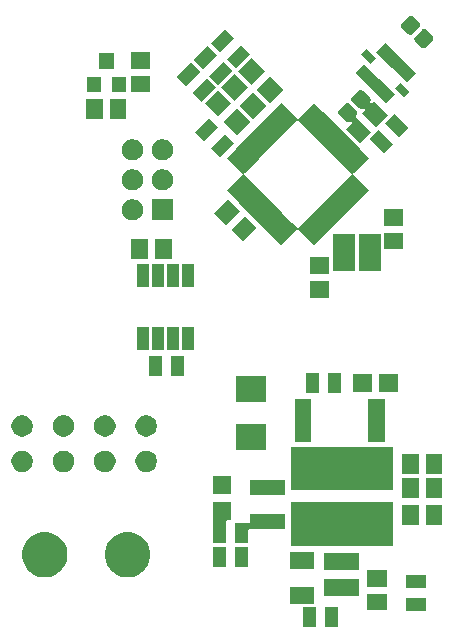
<source format=gts>
G04 #@! TF.GenerationSoftware,KiCad,Pcbnew,5.0.1-33cea8e~68~ubuntu18.04.1*
G04 #@! TF.CreationDate,2019-02-12T00:11:03-05:00*
G04 #@! TF.ProjectId,IMU,494D552E6B696361645F706362000000,rev?*
G04 #@! TF.SameCoordinates,Original*
G04 #@! TF.FileFunction,Soldermask,Top*
G04 #@! TF.FilePolarity,Negative*
%FSLAX46Y46*%
G04 Gerber Fmt 4.6, Leading zero omitted, Abs format (unit mm)*
G04 Created by KiCad (PCBNEW 5.0.1-33cea8e~68~ubuntu18.04.1) date Tue 12 Feb 2019 12:11:03 AM EST*
%MOMM*%
%LPD*%
G01*
G04 APERTURE LIST*
%ADD10C,0.100000*%
G04 APERTURE END LIST*
D10*
G36*
X152868560Y-123807880D02*
X151768560Y-123807880D01*
X151768560Y-122107880D01*
X152868560Y-122107880D01*
X152868560Y-123807880D01*
X152868560Y-123807880D01*
G37*
G36*
X150968560Y-123807880D02*
X149868560Y-123807880D01*
X149868560Y-122107880D01*
X150968560Y-122107880D01*
X150968560Y-123807880D01*
X150968560Y-123807880D01*
G37*
G36*
X160346560Y-122425880D02*
X158646560Y-122425880D01*
X158646560Y-121325880D01*
X160346560Y-121325880D01*
X160346560Y-122425880D01*
X160346560Y-122425880D01*
G37*
G36*
X157019560Y-122371880D02*
X155369560Y-122371880D01*
X155369560Y-120971880D01*
X157019560Y-120971880D01*
X157019560Y-122371880D01*
X157019560Y-122371880D01*
G37*
G36*
X150844560Y-121855880D02*
X148844560Y-121855880D01*
X148844560Y-120455880D01*
X150844560Y-120455880D01*
X150844560Y-121855880D01*
X150844560Y-121855880D01*
G37*
G36*
X154659660Y-121168380D02*
X151709660Y-121168380D01*
X151709660Y-119708380D01*
X154659660Y-119708380D01*
X154659660Y-121168380D01*
X154659660Y-121168380D01*
G37*
G36*
X160346560Y-120525880D02*
X158646560Y-120525880D01*
X158646560Y-119425880D01*
X160346560Y-119425880D01*
X160346560Y-120525880D01*
X160346560Y-120525880D01*
G37*
G36*
X157019560Y-120371880D02*
X155369560Y-120371880D01*
X155369560Y-118971880D01*
X157019560Y-118971880D01*
X157019560Y-120371880D01*
X157019560Y-120371880D01*
G37*
G36*
X135602379Y-115828896D02*
X135602381Y-115828897D01*
X135602382Y-115828897D01*
X135952709Y-115974007D01*
X135952710Y-115974008D01*
X136267999Y-116184677D01*
X136536123Y-116452801D01*
X136536125Y-116452804D01*
X136746793Y-116768091D01*
X136891903Y-117118418D01*
X136965880Y-117490324D01*
X136965880Y-117869516D01*
X136891903Y-118241422D01*
X136746793Y-118591749D01*
X136746792Y-118591750D01*
X136536123Y-118907039D01*
X136267999Y-119175163D01*
X136267996Y-119175165D01*
X135952709Y-119385833D01*
X135602382Y-119530943D01*
X135602381Y-119530943D01*
X135602379Y-119530944D01*
X135230477Y-119604920D01*
X134851283Y-119604920D01*
X134479381Y-119530944D01*
X134479379Y-119530943D01*
X134479378Y-119530943D01*
X134129051Y-119385833D01*
X133813764Y-119175165D01*
X133813761Y-119175163D01*
X133545637Y-118907039D01*
X133334968Y-118591750D01*
X133334967Y-118591749D01*
X133189857Y-118241422D01*
X133115880Y-117869516D01*
X133115880Y-117490324D01*
X133189857Y-117118418D01*
X133334967Y-116768091D01*
X133545635Y-116452804D01*
X133545637Y-116452801D01*
X133813761Y-116184677D01*
X134129050Y-115974008D01*
X134129051Y-115974007D01*
X134479378Y-115828897D01*
X134479379Y-115828897D01*
X134479381Y-115828896D01*
X134851283Y-115754920D01*
X135230477Y-115754920D01*
X135602379Y-115828896D01*
X135602379Y-115828896D01*
G37*
G36*
X128602379Y-115828896D02*
X128602381Y-115828897D01*
X128602382Y-115828897D01*
X128952709Y-115974007D01*
X128952710Y-115974008D01*
X129267999Y-116184677D01*
X129536123Y-116452801D01*
X129536125Y-116452804D01*
X129746793Y-116768091D01*
X129891903Y-117118418D01*
X129965880Y-117490324D01*
X129965880Y-117869516D01*
X129891903Y-118241422D01*
X129746793Y-118591749D01*
X129746792Y-118591750D01*
X129536123Y-118907039D01*
X129267999Y-119175163D01*
X129267996Y-119175165D01*
X128952709Y-119385833D01*
X128602382Y-119530943D01*
X128602381Y-119530943D01*
X128602379Y-119530944D01*
X128230477Y-119604920D01*
X127851283Y-119604920D01*
X127479381Y-119530944D01*
X127479379Y-119530943D01*
X127479378Y-119530943D01*
X127129051Y-119385833D01*
X126813764Y-119175165D01*
X126813761Y-119175163D01*
X126545637Y-118907039D01*
X126334968Y-118591750D01*
X126334967Y-118591749D01*
X126189857Y-118241422D01*
X126115880Y-117869516D01*
X126115880Y-117490324D01*
X126189857Y-117118418D01*
X126334967Y-116768091D01*
X126545635Y-116452804D01*
X126545637Y-116452801D01*
X126813761Y-116184677D01*
X127129050Y-115974008D01*
X127129051Y-115974007D01*
X127479378Y-115828897D01*
X127479379Y-115828897D01*
X127479381Y-115828896D01*
X127851283Y-115754920D01*
X128230477Y-115754920D01*
X128602379Y-115828896D01*
X128602379Y-115828896D01*
G37*
G36*
X154659660Y-118968380D02*
X151709660Y-118968380D01*
X151709660Y-117508380D01*
X154659660Y-117508380D01*
X154659660Y-118968380D01*
X154659660Y-118968380D01*
G37*
G36*
X150844560Y-118855880D02*
X148844560Y-118855880D01*
X148844560Y-117455880D01*
X150844560Y-117455880D01*
X150844560Y-118855880D01*
X150844560Y-118855880D01*
G37*
G36*
X143348560Y-118727880D02*
X142248560Y-118727880D01*
X142248560Y-117027880D01*
X143348560Y-117027880D01*
X143348560Y-118727880D01*
X143348560Y-118727880D01*
G37*
G36*
X145248560Y-118727880D02*
X144148560Y-118727880D01*
X144148560Y-117027880D01*
X145248560Y-117027880D01*
X145248560Y-118727880D01*
X145248560Y-118727880D01*
G37*
G36*
X157510060Y-116934380D02*
X148910060Y-116934380D01*
X148910060Y-113234380D01*
X157510060Y-113234380D01*
X157510060Y-116934380D01*
X157510060Y-116934380D01*
G37*
G36*
X143847720Y-114775240D02*
X143473560Y-114775240D01*
X143449174Y-114777642D01*
X143425725Y-114784755D01*
X143404114Y-114796306D01*
X143385172Y-114811852D01*
X143369626Y-114830794D01*
X143358075Y-114852405D01*
X143350962Y-114875854D01*
X143348560Y-114900240D01*
X143348560Y-116695880D01*
X142248560Y-116695880D01*
X142248560Y-114900240D01*
X142247720Y-114891712D01*
X142247720Y-113175240D01*
X143847720Y-113175240D01*
X143847720Y-114775240D01*
X143847720Y-114775240D01*
G37*
G36*
X148354060Y-115538380D02*
X145373560Y-115538380D01*
X145349174Y-115540782D01*
X145325725Y-115547895D01*
X145304114Y-115559446D01*
X145285172Y-115574992D01*
X145269626Y-115593934D01*
X145258075Y-115615545D01*
X145250962Y-115638994D01*
X145248560Y-115663380D01*
X145248560Y-116695880D01*
X144148560Y-116695880D01*
X144148560Y-114995880D01*
X145329060Y-114995880D01*
X145353446Y-114993478D01*
X145376895Y-114986365D01*
X145398506Y-114974814D01*
X145417448Y-114959268D01*
X145432994Y-114940326D01*
X145444545Y-114918715D01*
X145451658Y-114895266D01*
X145454060Y-114870880D01*
X145454060Y-114238380D01*
X148354060Y-114238380D01*
X148354060Y-115538380D01*
X148354060Y-115538380D01*
G37*
G36*
X159704560Y-115146880D02*
X158304560Y-115146880D01*
X158304560Y-113496880D01*
X159704560Y-113496880D01*
X159704560Y-115146880D01*
X159704560Y-115146880D01*
G37*
G36*
X161704560Y-115146880D02*
X160304560Y-115146880D01*
X160304560Y-113496880D01*
X161704560Y-113496880D01*
X161704560Y-115146880D01*
X161704560Y-115146880D01*
G37*
G36*
X159704560Y-112860880D02*
X158304560Y-112860880D01*
X158304560Y-111210880D01*
X159704560Y-111210880D01*
X159704560Y-112860880D01*
X159704560Y-112860880D01*
G37*
G36*
X161704560Y-112860880D02*
X160304560Y-112860880D01*
X160304560Y-111210880D01*
X161704560Y-111210880D01*
X161704560Y-112860880D01*
X161704560Y-112860880D01*
G37*
G36*
X148354060Y-112638380D02*
X145454060Y-112638380D01*
X145454060Y-111338380D01*
X148354060Y-111338380D01*
X148354060Y-112638380D01*
X148354060Y-112638380D01*
G37*
G36*
X143847720Y-112575240D02*
X142247720Y-112575240D01*
X142247720Y-110975240D01*
X143847720Y-110975240D01*
X143847720Y-112575240D01*
X143847720Y-112575240D01*
G37*
G36*
X157510060Y-112234380D02*
X148910060Y-112234380D01*
X148910060Y-108534380D01*
X157510060Y-108534380D01*
X157510060Y-112234380D01*
X157510060Y-112234380D01*
G37*
G36*
X159704560Y-110828880D02*
X158304560Y-110828880D01*
X158304560Y-109178880D01*
X159704560Y-109178880D01*
X159704560Y-110828880D01*
X159704560Y-110828880D01*
G37*
G36*
X161704560Y-110828880D02*
X160304560Y-110828880D01*
X160304560Y-109178880D01*
X161704560Y-109178880D01*
X161704560Y-110828880D01*
X161704560Y-110828880D01*
G37*
G36*
X133396314Y-108894890D02*
X133396316Y-108894891D01*
X133396317Y-108894891D01*
X133561927Y-108963489D01*
X133710974Y-109063079D01*
X133837721Y-109189826D01*
X133937311Y-109338873D01*
X134005910Y-109504486D01*
X134040880Y-109680291D01*
X134040880Y-109859549D01*
X134005910Y-110035354D01*
X133937311Y-110200967D01*
X133837721Y-110350014D01*
X133710974Y-110476761D01*
X133710971Y-110476763D01*
X133561927Y-110576351D01*
X133396317Y-110644949D01*
X133396316Y-110644949D01*
X133396314Y-110644950D01*
X133220509Y-110679920D01*
X133041251Y-110679920D01*
X132865446Y-110644950D01*
X132865444Y-110644949D01*
X132865443Y-110644949D01*
X132699833Y-110576351D01*
X132550789Y-110476763D01*
X132550786Y-110476761D01*
X132424039Y-110350014D01*
X132324449Y-110200967D01*
X132255850Y-110035354D01*
X132220880Y-109859549D01*
X132220880Y-109680291D01*
X132255850Y-109504486D01*
X132324449Y-109338873D01*
X132424039Y-109189826D01*
X132550786Y-109063079D01*
X132699833Y-108963489D01*
X132865443Y-108894891D01*
X132865444Y-108894891D01*
X132865446Y-108894890D01*
X133041251Y-108859920D01*
X133220509Y-108859920D01*
X133396314Y-108894890D01*
X133396314Y-108894890D01*
G37*
G36*
X129896314Y-108894890D02*
X129896316Y-108894891D01*
X129896317Y-108894891D01*
X130061927Y-108963489D01*
X130210974Y-109063079D01*
X130337721Y-109189826D01*
X130437311Y-109338873D01*
X130505910Y-109504486D01*
X130540880Y-109680291D01*
X130540880Y-109859549D01*
X130505910Y-110035354D01*
X130437311Y-110200967D01*
X130337721Y-110350014D01*
X130210974Y-110476761D01*
X130210971Y-110476763D01*
X130061927Y-110576351D01*
X129896317Y-110644949D01*
X129896316Y-110644949D01*
X129896314Y-110644950D01*
X129720509Y-110679920D01*
X129541251Y-110679920D01*
X129365446Y-110644950D01*
X129365444Y-110644949D01*
X129365443Y-110644949D01*
X129199833Y-110576351D01*
X129050789Y-110476763D01*
X129050786Y-110476761D01*
X128924039Y-110350014D01*
X128824449Y-110200967D01*
X128755850Y-110035354D01*
X128720880Y-109859549D01*
X128720880Y-109680291D01*
X128755850Y-109504486D01*
X128824449Y-109338873D01*
X128924039Y-109189826D01*
X129050786Y-109063079D01*
X129199833Y-108963489D01*
X129365443Y-108894891D01*
X129365444Y-108894891D01*
X129365446Y-108894890D01*
X129541251Y-108859920D01*
X129720509Y-108859920D01*
X129896314Y-108894890D01*
X129896314Y-108894890D01*
G37*
G36*
X126396314Y-108894890D02*
X126396316Y-108894891D01*
X126396317Y-108894891D01*
X126561927Y-108963489D01*
X126710974Y-109063079D01*
X126837721Y-109189826D01*
X126937311Y-109338873D01*
X127005910Y-109504486D01*
X127040880Y-109680291D01*
X127040880Y-109859549D01*
X127005910Y-110035354D01*
X126937311Y-110200967D01*
X126837721Y-110350014D01*
X126710974Y-110476761D01*
X126710971Y-110476763D01*
X126561927Y-110576351D01*
X126396317Y-110644949D01*
X126396316Y-110644949D01*
X126396314Y-110644950D01*
X126220509Y-110679920D01*
X126041251Y-110679920D01*
X125865446Y-110644950D01*
X125865444Y-110644949D01*
X125865443Y-110644949D01*
X125699833Y-110576351D01*
X125550789Y-110476763D01*
X125550786Y-110476761D01*
X125424039Y-110350014D01*
X125324449Y-110200967D01*
X125255850Y-110035354D01*
X125220880Y-109859549D01*
X125220880Y-109680291D01*
X125255850Y-109504486D01*
X125324449Y-109338873D01*
X125424039Y-109189826D01*
X125550786Y-109063079D01*
X125699833Y-108963489D01*
X125865443Y-108894891D01*
X125865444Y-108894891D01*
X125865446Y-108894890D01*
X126041251Y-108859920D01*
X126220509Y-108859920D01*
X126396314Y-108894890D01*
X126396314Y-108894890D01*
G37*
G36*
X136896314Y-108894890D02*
X136896316Y-108894891D01*
X136896317Y-108894891D01*
X137061927Y-108963489D01*
X137210974Y-109063079D01*
X137337721Y-109189826D01*
X137437311Y-109338873D01*
X137505910Y-109504486D01*
X137540880Y-109680291D01*
X137540880Y-109859549D01*
X137505910Y-110035354D01*
X137437311Y-110200967D01*
X137337721Y-110350014D01*
X137210974Y-110476761D01*
X137210971Y-110476763D01*
X137061927Y-110576351D01*
X136896317Y-110644949D01*
X136896316Y-110644949D01*
X136896314Y-110644950D01*
X136720509Y-110679920D01*
X136541251Y-110679920D01*
X136365446Y-110644950D01*
X136365444Y-110644949D01*
X136365443Y-110644949D01*
X136199833Y-110576351D01*
X136050789Y-110476763D01*
X136050786Y-110476761D01*
X135924039Y-110350014D01*
X135824449Y-110200967D01*
X135755850Y-110035354D01*
X135720880Y-109859549D01*
X135720880Y-109680291D01*
X135755850Y-109504486D01*
X135824449Y-109338873D01*
X135924039Y-109189826D01*
X136050786Y-109063079D01*
X136199833Y-108963489D01*
X136365443Y-108894891D01*
X136365444Y-108894891D01*
X136365446Y-108894890D01*
X136541251Y-108859920D01*
X136720509Y-108859920D01*
X136896314Y-108894890D01*
X136896314Y-108894890D01*
G37*
G36*
X146806060Y-108806880D02*
X144247060Y-108806880D01*
X144247060Y-106628880D01*
X146806060Y-106628880D01*
X146806060Y-108806880D01*
X146806060Y-108806880D01*
G37*
G36*
X156819560Y-108120880D02*
X155419560Y-108120880D01*
X155419560Y-104520880D01*
X156819560Y-104520880D01*
X156819560Y-108120880D01*
X156819560Y-108120880D01*
G37*
G36*
X150619560Y-108120880D02*
X149219560Y-108120880D01*
X149219560Y-104520880D01*
X150619560Y-104520880D01*
X150619560Y-108120880D01*
X150619560Y-108120880D01*
G37*
G36*
X129896314Y-105894890D02*
X129896316Y-105894891D01*
X129896317Y-105894891D01*
X130061927Y-105963489D01*
X130210974Y-106063079D01*
X130337721Y-106189826D01*
X130437311Y-106338873D01*
X130505910Y-106504486D01*
X130540880Y-106680291D01*
X130540880Y-106859549D01*
X130505910Y-107035354D01*
X130437311Y-107200967D01*
X130337721Y-107350014D01*
X130210974Y-107476761D01*
X130210971Y-107476763D01*
X130061927Y-107576351D01*
X129896317Y-107644949D01*
X129896316Y-107644949D01*
X129896314Y-107644950D01*
X129720509Y-107679920D01*
X129541251Y-107679920D01*
X129365446Y-107644950D01*
X129365444Y-107644949D01*
X129365443Y-107644949D01*
X129199833Y-107576351D01*
X129050789Y-107476763D01*
X129050786Y-107476761D01*
X128924039Y-107350014D01*
X128824449Y-107200967D01*
X128755850Y-107035354D01*
X128720880Y-106859549D01*
X128720880Y-106680291D01*
X128755850Y-106504486D01*
X128824449Y-106338873D01*
X128924039Y-106189826D01*
X129050786Y-106063079D01*
X129199833Y-105963489D01*
X129365443Y-105894891D01*
X129365444Y-105894891D01*
X129365446Y-105894890D01*
X129541251Y-105859920D01*
X129720509Y-105859920D01*
X129896314Y-105894890D01*
X129896314Y-105894890D01*
G37*
G36*
X133396314Y-105894890D02*
X133396316Y-105894891D01*
X133396317Y-105894891D01*
X133561927Y-105963489D01*
X133710974Y-106063079D01*
X133837721Y-106189826D01*
X133937311Y-106338873D01*
X134005910Y-106504486D01*
X134040880Y-106680291D01*
X134040880Y-106859549D01*
X134005910Y-107035354D01*
X133937311Y-107200967D01*
X133837721Y-107350014D01*
X133710974Y-107476761D01*
X133710971Y-107476763D01*
X133561927Y-107576351D01*
X133396317Y-107644949D01*
X133396316Y-107644949D01*
X133396314Y-107644950D01*
X133220509Y-107679920D01*
X133041251Y-107679920D01*
X132865446Y-107644950D01*
X132865444Y-107644949D01*
X132865443Y-107644949D01*
X132699833Y-107576351D01*
X132550789Y-107476763D01*
X132550786Y-107476761D01*
X132424039Y-107350014D01*
X132324449Y-107200967D01*
X132255850Y-107035354D01*
X132220880Y-106859549D01*
X132220880Y-106680291D01*
X132255850Y-106504486D01*
X132324449Y-106338873D01*
X132424039Y-106189826D01*
X132550786Y-106063079D01*
X132699833Y-105963489D01*
X132865443Y-105894891D01*
X132865444Y-105894891D01*
X132865446Y-105894890D01*
X133041251Y-105859920D01*
X133220509Y-105859920D01*
X133396314Y-105894890D01*
X133396314Y-105894890D01*
G37*
G36*
X126396314Y-105894890D02*
X126396316Y-105894891D01*
X126396317Y-105894891D01*
X126561927Y-105963489D01*
X126710974Y-106063079D01*
X126837721Y-106189826D01*
X126937311Y-106338873D01*
X127005910Y-106504486D01*
X127040880Y-106680291D01*
X127040880Y-106859549D01*
X127005910Y-107035354D01*
X126937311Y-107200967D01*
X126837721Y-107350014D01*
X126710974Y-107476761D01*
X126710971Y-107476763D01*
X126561927Y-107576351D01*
X126396317Y-107644949D01*
X126396316Y-107644949D01*
X126396314Y-107644950D01*
X126220509Y-107679920D01*
X126041251Y-107679920D01*
X125865446Y-107644950D01*
X125865444Y-107644949D01*
X125865443Y-107644949D01*
X125699833Y-107576351D01*
X125550789Y-107476763D01*
X125550786Y-107476761D01*
X125424039Y-107350014D01*
X125324449Y-107200967D01*
X125255850Y-107035354D01*
X125220880Y-106859549D01*
X125220880Y-106680291D01*
X125255850Y-106504486D01*
X125324449Y-106338873D01*
X125424039Y-106189826D01*
X125550786Y-106063079D01*
X125699833Y-105963489D01*
X125865443Y-105894891D01*
X125865444Y-105894891D01*
X125865446Y-105894890D01*
X126041251Y-105859920D01*
X126220509Y-105859920D01*
X126396314Y-105894890D01*
X126396314Y-105894890D01*
G37*
G36*
X136896314Y-105894890D02*
X136896316Y-105894891D01*
X136896317Y-105894891D01*
X137061927Y-105963489D01*
X137210974Y-106063079D01*
X137337721Y-106189826D01*
X137437311Y-106338873D01*
X137505910Y-106504486D01*
X137540880Y-106680291D01*
X137540880Y-106859549D01*
X137505910Y-107035354D01*
X137437311Y-107200967D01*
X137337721Y-107350014D01*
X137210974Y-107476761D01*
X137210971Y-107476763D01*
X137061927Y-107576351D01*
X136896317Y-107644949D01*
X136896316Y-107644949D01*
X136896314Y-107644950D01*
X136720509Y-107679920D01*
X136541251Y-107679920D01*
X136365446Y-107644950D01*
X136365444Y-107644949D01*
X136365443Y-107644949D01*
X136199833Y-107576351D01*
X136050789Y-107476763D01*
X136050786Y-107476761D01*
X135924039Y-107350014D01*
X135824449Y-107200967D01*
X135755850Y-107035354D01*
X135720880Y-106859549D01*
X135720880Y-106680291D01*
X135755850Y-106504486D01*
X135824449Y-106338873D01*
X135924039Y-106189826D01*
X136050786Y-106063079D01*
X136199833Y-105963489D01*
X136365443Y-105894891D01*
X136365444Y-105894891D01*
X136365446Y-105894890D01*
X136541251Y-105859920D01*
X136720509Y-105859920D01*
X136896314Y-105894890D01*
X136896314Y-105894890D01*
G37*
G36*
X146806060Y-104742880D02*
X144247060Y-104742880D01*
X144247060Y-102564880D01*
X146806060Y-102564880D01*
X146806060Y-104742880D01*
X146806060Y-104742880D01*
G37*
G36*
X151222560Y-103995880D02*
X150122560Y-103995880D01*
X150122560Y-102295880D01*
X151222560Y-102295880D01*
X151222560Y-103995880D01*
X151222560Y-103995880D01*
G37*
G36*
X153122560Y-103995880D02*
X152022560Y-103995880D01*
X152022560Y-102295880D01*
X153122560Y-102295880D01*
X153122560Y-103995880D01*
X153122560Y-103995880D01*
G37*
G36*
X157924560Y-103945880D02*
X156324560Y-103945880D01*
X156324560Y-102345880D01*
X157924560Y-102345880D01*
X157924560Y-103945880D01*
X157924560Y-103945880D01*
G37*
G36*
X155724560Y-103945880D02*
X154124560Y-103945880D01*
X154124560Y-102345880D01*
X155724560Y-102345880D01*
X155724560Y-103945880D01*
X155724560Y-103945880D01*
G37*
G36*
X137938560Y-102566840D02*
X136838560Y-102566840D01*
X136838560Y-100866840D01*
X137938560Y-100866840D01*
X137938560Y-102566840D01*
X137938560Y-102566840D01*
G37*
G36*
X139838560Y-102566840D02*
X138738560Y-102566840D01*
X138738560Y-100866840D01*
X139838560Y-100866840D01*
X139838560Y-102566840D01*
X139838560Y-102566840D01*
G37*
G36*
X136857360Y-100382960D02*
X135857360Y-100382960D01*
X135857360Y-98432960D01*
X136857360Y-98432960D01*
X136857360Y-100382960D01*
X136857360Y-100382960D01*
G37*
G36*
X138127360Y-100382960D02*
X137127360Y-100382960D01*
X137127360Y-98432960D01*
X138127360Y-98432960D01*
X138127360Y-100382960D01*
X138127360Y-100382960D01*
G37*
G36*
X139397360Y-100382960D02*
X138397360Y-100382960D01*
X138397360Y-98432960D01*
X139397360Y-98432960D01*
X139397360Y-100382960D01*
X139397360Y-100382960D01*
G37*
G36*
X140667360Y-100382960D02*
X139667360Y-100382960D01*
X139667360Y-98432960D01*
X140667360Y-98432960D01*
X140667360Y-100382960D01*
X140667360Y-100382960D01*
G37*
G36*
X152137880Y-95913680D02*
X150487880Y-95913680D01*
X150487880Y-94513680D01*
X152137880Y-94513680D01*
X152137880Y-95913680D01*
X152137880Y-95913680D01*
G37*
G36*
X140667360Y-94982960D02*
X139667360Y-94982960D01*
X139667360Y-93032960D01*
X140667360Y-93032960D01*
X140667360Y-94982960D01*
X140667360Y-94982960D01*
G37*
G36*
X136857360Y-94982960D02*
X135857360Y-94982960D01*
X135857360Y-93032960D01*
X136857360Y-93032960D01*
X136857360Y-94982960D01*
X136857360Y-94982960D01*
G37*
G36*
X139397360Y-94982960D02*
X138397360Y-94982960D01*
X138397360Y-93032960D01*
X139397360Y-93032960D01*
X139397360Y-94982960D01*
X139397360Y-94982960D01*
G37*
G36*
X138127360Y-94982960D02*
X137127360Y-94982960D01*
X137127360Y-93032960D01*
X138127360Y-93032960D01*
X138127360Y-94982960D01*
X138127360Y-94982960D01*
G37*
G36*
X152137880Y-93913680D02*
X150487880Y-93913680D01*
X150487880Y-92513680D01*
X152137880Y-92513680D01*
X152137880Y-93913680D01*
X152137880Y-93913680D01*
G37*
G36*
X154282800Y-93690240D02*
X152482800Y-93690240D01*
X152482800Y-90490240D01*
X154282800Y-90490240D01*
X154282800Y-93690240D01*
X154282800Y-93690240D01*
G37*
G36*
X156482800Y-93690240D02*
X154682800Y-93690240D01*
X154682800Y-90490240D01*
X156482800Y-90490240D01*
X156482800Y-93690240D01*
X156482800Y-93690240D01*
G37*
G36*
X136778720Y-92615520D02*
X135378720Y-92615520D01*
X135378720Y-90965520D01*
X136778720Y-90965520D01*
X136778720Y-92615520D01*
X136778720Y-92615520D01*
G37*
G36*
X138778720Y-92615520D02*
X137378720Y-92615520D01*
X137378720Y-90965520D01*
X138778720Y-90965520D01*
X138778720Y-92615520D01*
X138778720Y-92615520D01*
G37*
G36*
X158411680Y-91824280D02*
X156761680Y-91824280D01*
X156761680Y-90424280D01*
X158411680Y-90424280D01*
X158411680Y-91824280D01*
X158411680Y-91824280D01*
G37*
G36*
X151636208Y-80180579D02*
X151636213Y-80180585D01*
X151919056Y-80463428D01*
X151919062Y-80463433D01*
X154464635Y-83009006D01*
X154464640Y-83009012D01*
X154747483Y-83291855D01*
X154747489Y-83291860D01*
X155507623Y-84051994D01*
X154199475Y-85360142D01*
X154183929Y-85379084D01*
X154172378Y-85400695D01*
X154165265Y-85424144D01*
X154162863Y-85448530D01*
X154165265Y-85472916D01*
X154172378Y-85496365D01*
X154183929Y-85517976D01*
X154199475Y-85536918D01*
X155507623Y-86845066D01*
X150876073Y-91476616D01*
X149567925Y-90168468D01*
X149548983Y-90152922D01*
X149527372Y-90141371D01*
X149503923Y-90134258D01*
X149479537Y-90131856D01*
X149455151Y-90134258D01*
X149431702Y-90141371D01*
X149410091Y-90152922D01*
X149391149Y-90168468D01*
X148083001Y-91476616D01*
X147322867Y-90716482D01*
X147322862Y-90716476D01*
X147040019Y-90433633D01*
X147040013Y-90433628D01*
X144494440Y-87888055D01*
X144494435Y-87888049D01*
X144211592Y-87605206D01*
X144211586Y-87605201D01*
X143451451Y-86845066D01*
X144759599Y-85536918D01*
X144775145Y-85517976D01*
X144786696Y-85496365D01*
X144793809Y-85472916D01*
X144796211Y-85448530D01*
X144935119Y-85448530D01*
X144937521Y-85472916D01*
X144944634Y-85496365D01*
X144956185Y-85517976D01*
X144971731Y-85536918D01*
X145342963Y-85908150D01*
X145342969Y-85908155D01*
X146191486Y-86756672D01*
X146191491Y-86756678D01*
X148171390Y-88736577D01*
X148171396Y-88736582D01*
X149019913Y-89585099D01*
X149019918Y-89585105D01*
X149391149Y-89956336D01*
X149410091Y-89971882D01*
X149431702Y-89983433D01*
X149455151Y-89990546D01*
X149479537Y-89992948D01*
X149503923Y-89990546D01*
X149527372Y-89983433D01*
X149548983Y-89971882D01*
X149567925Y-89956336D01*
X149939162Y-89585099D01*
X149939166Y-89585094D01*
X150787674Y-88736586D01*
X150787680Y-88736582D01*
X151264982Y-88259279D01*
X152767589Y-86756672D01*
X152767593Y-86756667D01*
X153616101Y-85908159D01*
X153616107Y-85908154D01*
X153987343Y-85536918D01*
X154002889Y-85517976D01*
X154014440Y-85496365D01*
X154021553Y-85472916D01*
X154023955Y-85448530D01*
X154021553Y-85424144D01*
X154014440Y-85400694D01*
X154002889Y-85379084D01*
X153987343Y-85360142D01*
X153616112Y-84988911D01*
X153616106Y-84988906D01*
X152767589Y-84140389D01*
X152767584Y-84140383D01*
X150787685Y-82160484D01*
X150787679Y-82160479D01*
X149939162Y-81311962D01*
X149939157Y-81311956D01*
X149567925Y-80940724D01*
X149548983Y-80925178D01*
X149527372Y-80913627D01*
X149503923Y-80906514D01*
X149479537Y-80904112D01*
X149455151Y-80906514D01*
X149431702Y-80913627D01*
X149410091Y-80925178D01*
X149391149Y-80940724D01*
X149019918Y-81311956D01*
X148171390Y-82160484D01*
X147800159Y-82531714D01*
X146474333Y-83857540D01*
X146191491Y-84140383D01*
X145342963Y-84988911D01*
X144971731Y-85360142D01*
X144956185Y-85379084D01*
X144944634Y-85400695D01*
X144937521Y-85424144D01*
X144935119Y-85448530D01*
X144796211Y-85448530D01*
X144793809Y-85424144D01*
X144786696Y-85400695D01*
X144775145Y-85379084D01*
X144759599Y-85360142D01*
X143451451Y-84051994D01*
X144211581Y-83291864D01*
X144211587Y-83291859D01*
X144494440Y-83009006D01*
X144494444Y-83009001D01*
X147040008Y-80463437D01*
X147040013Y-80463433D01*
X147322867Y-80180579D01*
X147322871Y-80180574D01*
X148083001Y-79420444D01*
X149391149Y-80728592D01*
X149410091Y-80744138D01*
X149431702Y-80755689D01*
X149455151Y-80762802D01*
X149479537Y-80765204D01*
X149503923Y-80762802D01*
X149527372Y-80755689D01*
X149548983Y-80744138D01*
X149567925Y-80728592D01*
X150876073Y-79420444D01*
X151636208Y-80180579D01*
X151636208Y-80180579D01*
G37*
G36*
X145960926Y-89991159D02*
X144794199Y-91157886D01*
X143804248Y-90167935D01*
X144970975Y-89001208D01*
X145960926Y-89991159D01*
X145960926Y-89991159D01*
G37*
G36*
X158411680Y-89824280D02*
X156761680Y-89824280D01*
X156761680Y-88424280D01*
X158411680Y-88424280D01*
X158411680Y-89824280D01*
X158411680Y-89824280D01*
G37*
G36*
X144546712Y-88576945D02*
X143379985Y-89743672D01*
X142390034Y-88753721D01*
X143556761Y-87586994D01*
X144546712Y-88576945D01*
X144546712Y-88576945D01*
G37*
G36*
X135730881Y-87607866D02*
X135894669Y-87675709D01*
X136042080Y-87774206D01*
X136167434Y-87899560D01*
X136265931Y-88046971D01*
X136333774Y-88210759D01*
X136368360Y-88384636D01*
X136368360Y-88561924D01*
X136333774Y-88735801D01*
X136265931Y-88899589D01*
X136167434Y-89047000D01*
X136042080Y-89172354D01*
X135894669Y-89270851D01*
X135730881Y-89338694D01*
X135557004Y-89373280D01*
X135379716Y-89373280D01*
X135205839Y-89338694D01*
X135042051Y-89270851D01*
X134894640Y-89172354D01*
X134769286Y-89047000D01*
X134670789Y-88899589D01*
X134602946Y-88735801D01*
X134568360Y-88561924D01*
X134568360Y-88384636D01*
X134602946Y-88210759D01*
X134670789Y-88046971D01*
X134769286Y-87899560D01*
X134894640Y-87774206D01*
X135042051Y-87675709D01*
X135205839Y-87607866D01*
X135379716Y-87573280D01*
X135557004Y-87573280D01*
X135730881Y-87607866D01*
X135730881Y-87607866D01*
G37*
G36*
X138908360Y-89373280D02*
X137108360Y-89373280D01*
X137108360Y-87573280D01*
X138908360Y-87573280D01*
X138908360Y-89373280D01*
X138908360Y-89373280D01*
G37*
G36*
X135730881Y-85067866D02*
X135894669Y-85135709D01*
X136042080Y-85234206D01*
X136167434Y-85359560D01*
X136265931Y-85506971D01*
X136333774Y-85670759D01*
X136368360Y-85844636D01*
X136368360Y-86021924D01*
X136333774Y-86195801D01*
X136265931Y-86359589D01*
X136167434Y-86507000D01*
X136042080Y-86632354D01*
X135894669Y-86730851D01*
X135730881Y-86798694D01*
X135557004Y-86833280D01*
X135379716Y-86833280D01*
X135205839Y-86798694D01*
X135042051Y-86730851D01*
X134894640Y-86632354D01*
X134769286Y-86507000D01*
X134670789Y-86359589D01*
X134602946Y-86195801D01*
X134568360Y-86021924D01*
X134568360Y-85844636D01*
X134602946Y-85670759D01*
X134670789Y-85506971D01*
X134769286Y-85359560D01*
X134894640Y-85234206D01*
X135042051Y-85135709D01*
X135205839Y-85067866D01*
X135379716Y-85033280D01*
X135557004Y-85033280D01*
X135730881Y-85067866D01*
X135730881Y-85067866D01*
G37*
G36*
X138270881Y-85067866D02*
X138434669Y-85135709D01*
X138582080Y-85234206D01*
X138707434Y-85359560D01*
X138805931Y-85506971D01*
X138873774Y-85670759D01*
X138908360Y-85844636D01*
X138908360Y-86021924D01*
X138873774Y-86195801D01*
X138805931Y-86359589D01*
X138707434Y-86507000D01*
X138582080Y-86632354D01*
X138434669Y-86730851D01*
X138270881Y-86798694D01*
X138097004Y-86833280D01*
X137919716Y-86833280D01*
X137745839Y-86798694D01*
X137582051Y-86730851D01*
X137434640Y-86632354D01*
X137309286Y-86507000D01*
X137210789Y-86359589D01*
X137142946Y-86195801D01*
X137108360Y-86021924D01*
X137108360Y-85844636D01*
X137142946Y-85670759D01*
X137210789Y-85506971D01*
X137309286Y-85359560D01*
X137434640Y-85234206D01*
X137582051Y-85135709D01*
X137745839Y-85067866D01*
X137919716Y-85033280D01*
X138097004Y-85033280D01*
X138270881Y-85067866D01*
X138270881Y-85067866D01*
G37*
G36*
X135730881Y-82527866D02*
X135894669Y-82595709D01*
X136042080Y-82694206D01*
X136167434Y-82819560D01*
X136265931Y-82966971D01*
X136333774Y-83130759D01*
X136368360Y-83304636D01*
X136368360Y-83481924D01*
X136333774Y-83655801D01*
X136265931Y-83819589D01*
X136167434Y-83967000D01*
X136042080Y-84092354D01*
X135894669Y-84190851D01*
X135730881Y-84258694D01*
X135557004Y-84293280D01*
X135379716Y-84293280D01*
X135205839Y-84258694D01*
X135042051Y-84190851D01*
X134894640Y-84092354D01*
X134769286Y-83967000D01*
X134670789Y-83819589D01*
X134602946Y-83655801D01*
X134568360Y-83481924D01*
X134568360Y-83304636D01*
X134602946Y-83130759D01*
X134670789Y-82966971D01*
X134769286Y-82819560D01*
X134894640Y-82694206D01*
X135042051Y-82595709D01*
X135205839Y-82527866D01*
X135379716Y-82493280D01*
X135557004Y-82493280D01*
X135730881Y-82527866D01*
X135730881Y-82527866D01*
G37*
G36*
X138270881Y-82527866D02*
X138434669Y-82595709D01*
X138582080Y-82694206D01*
X138707434Y-82819560D01*
X138805931Y-82966971D01*
X138873774Y-83130759D01*
X138908360Y-83304636D01*
X138908360Y-83481924D01*
X138873774Y-83655801D01*
X138805931Y-83819589D01*
X138707434Y-83967000D01*
X138582080Y-84092354D01*
X138434669Y-84190851D01*
X138270881Y-84258694D01*
X138097004Y-84293280D01*
X137919716Y-84293280D01*
X137745839Y-84258694D01*
X137582051Y-84190851D01*
X137434640Y-84092354D01*
X137309286Y-83967000D01*
X137210789Y-83819589D01*
X137142946Y-83655801D01*
X137108360Y-83481924D01*
X137108360Y-83304636D01*
X137142946Y-83130759D01*
X137210789Y-82966971D01*
X137309286Y-82819560D01*
X137434640Y-82694206D01*
X137582051Y-82595709D01*
X137745839Y-82527866D01*
X137919716Y-82493280D01*
X138097004Y-82493280D01*
X138270881Y-82527866D01*
X138270881Y-82527866D01*
G37*
G36*
X144089661Y-82796259D02*
X142887579Y-83998341D01*
X142109761Y-83220523D01*
X143311843Y-82018441D01*
X144089661Y-82796259D01*
X144089661Y-82796259D01*
G37*
G36*
X157507448Y-82921994D02*
X156729630Y-83699812D01*
X155527548Y-82497730D01*
X156305366Y-81719912D01*
X157507448Y-82921994D01*
X157507448Y-82921994D01*
G37*
G36*
X153720121Y-79418276D02*
X153768084Y-79432825D01*
X153812274Y-79456445D01*
X153855792Y-79492160D01*
X154439298Y-80075666D01*
X154475015Y-80119186D01*
X154498635Y-80163376D01*
X154513184Y-80211339D01*
X154518096Y-80261211D01*
X154513184Y-80311083D01*
X154498635Y-80359046D01*
X154475015Y-80403236D01*
X154439301Y-80446753D01*
X154437849Y-80448205D01*
X154422305Y-80467149D01*
X154410756Y-80488761D01*
X154403645Y-80512210D01*
X154401245Y-80536597D01*
X154403649Y-80560983D01*
X154410764Y-80584431D01*
X154422317Y-80606041D01*
X154437857Y-80624974D01*
X155683625Y-81870742D01*
X154693674Y-82860693D01*
X153526947Y-81693966D01*
X154005578Y-81215335D01*
X154021124Y-81196393D01*
X154032675Y-81174782D01*
X154039788Y-81151333D01*
X154042190Y-81126947D01*
X154039788Y-81102561D01*
X154032675Y-81079112D01*
X154021124Y-81057501D01*
X154005578Y-81038559D01*
X153986636Y-81023013D01*
X153965025Y-81011462D01*
X153941576Y-81004349D01*
X153917190Y-81001947D01*
X153892804Y-81004349D01*
X153858266Y-81016707D01*
X153821118Y-81036563D01*
X153773155Y-81051112D01*
X153723283Y-81056024D01*
X153673411Y-81051112D01*
X153625448Y-81036563D01*
X153581258Y-81012943D01*
X153537740Y-80977228D01*
X152954232Y-80393720D01*
X152918517Y-80350202D01*
X152894897Y-80306012D01*
X152880348Y-80258049D01*
X152875436Y-80208177D01*
X152880348Y-80158305D01*
X152894897Y-80110342D01*
X152918517Y-80066152D01*
X152954232Y-80022634D01*
X153484706Y-79492160D01*
X153528224Y-79456445D01*
X153572414Y-79432825D01*
X153620377Y-79418276D01*
X153670249Y-79413364D01*
X153720121Y-79418276D01*
X153720121Y-79418276D01*
G37*
G36*
X142746159Y-81452757D02*
X141544077Y-82654839D01*
X140766259Y-81877021D01*
X141968341Y-80674939D01*
X142746159Y-81452757D01*
X142746159Y-81452757D01*
G37*
G36*
X158850950Y-81578492D02*
X158073132Y-82356310D01*
X156871050Y-81154228D01*
X157648868Y-80376410D01*
X158850950Y-81578492D01*
X158850950Y-81578492D01*
G37*
G36*
X145410992Y-81020920D02*
X144279620Y-82152292D01*
X143148248Y-81020920D01*
X144279620Y-79889548D01*
X145410992Y-81020920D01*
X145410992Y-81020920D01*
G37*
G36*
X154833815Y-78304582D02*
X154881778Y-78319131D01*
X154925968Y-78342751D01*
X154969486Y-78378466D01*
X155552992Y-78961972D01*
X155588709Y-79005492D01*
X155612329Y-79049682D01*
X155626878Y-79097645D01*
X155631790Y-79147517D01*
X155626878Y-79197389D01*
X155612329Y-79245352D01*
X155592473Y-79282500D01*
X155583095Y-79305139D01*
X155578315Y-79329173D01*
X155578315Y-79353677D01*
X155583096Y-79377710D01*
X155592473Y-79400349D01*
X155606087Y-79420724D01*
X155623414Y-79438051D01*
X155643789Y-79451664D01*
X155666428Y-79461042D01*
X155690462Y-79465822D01*
X155714966Y-79465822D01*
X155738999Y-79461041D01*
X155761638Y-79451664D01*
X155791101Y-79429812D01*
X155931112Y-79289801D01*
X157097839Y-80456528D01*
X156107888Y-81446479D01*
X154941161Y-80279752D01*
X155119272Y-80101641D01*
X155134818Y-80082699D01*
X155146369Y-80061088D01*
X155153482Y-80037639D01*
X155155884Y-80013253D01*
X155153482Y-79988867D01*
X155146369Y-79965418D01*
X155134818Y-79943807D01*
X155119272Y-79924865D01*
X155100330Y-79909319D01*
X155078719Y-79897768D01*
X155055270Y-79890655D01*
X155030884Y-79888253D01*
X155006498Y-79890655D01*
X154971960Y-79903013D01*
X154934812Y-79922869D01*
X154886849Y-79937418D01*
X154836977Y-79942330D01*
X154787105Y-79937418D01*
X154739142Y-79922869D01*
X154694952Y-79899249D01*
X154651434Y-79863534D01*
X154067926Y-79280026D01*
X154032211Y-79236508D01*
X154008591Y-79192318D01*
X153994042Y-79144355D01*
X153989130Y-79094483D01*
X153994042Y-79044611D01*
X154008591Y-78996648D01*
X154032211Y-78952458D01*
X154067926Y-78908940D01*
X154598400Y-78378466D01*
X154641918Y-78342751D01*
X154686108Y-78319131D01*
X154734071Y-78304582D01*
X154783943Y-78299670D01*
X154833815Y-78304582D01*
X154833815Y-78304582D01*
G37*
G36*
X146809146Y-79673334D02*
X145677774Y-80804706D01*
X144546402Y-79673334D01*
X145677774Y-78541962D01*
X146809146Y-79673334D01*
X146809146Y-79673334D01*
G37*
G36*
X132953363Y-80755457D02*
X131553363Y-80755457D01*
X131553363Y-79105457D01*
X132953363Y-79105457D01*
X132953363Y-80755457D01*
X132953363Y-80755457D01*
G37*
G36*
X134953363Y-80755457D02*
X133553363Y-80755457D01*
X133553363Y-79105457D01*
X134953363Y-79105457D01*
X134953363Y-80755457D01*
X134953363Y-80755457D01*
G37*
G36*
X143855358Y-79465286D02*
X142723986Y-80596658D01*
X141592614Y-79465286D01*
X142723986Y-78333914D01*
X143855358Y-79465286D01*
X143855358Y-79465286D01*
G37*
G36*
X156366014Y-77372805D02*
X156366019Y-77372811D01*
X156436730Y-77443522D01*
X156436736Y-77443527D01*
X157691845Y-78698636D01*
X156914027Y-79476454D01*
X155941755Y-78504182D01*
X155941749Y-78504177D01*
X155305364Y-77867792D01*
X155305359Y-77867786D01*
X154333086Y-76895513D01*
X155110904Y-76117695D01*
X156366014Y-77372805D01*
X156366014Y-77372805D01*
G37*
G36*
X148236049Y-78311317D02*
X147104677Y-79442689D01*
X145973305Y-78311317D01*
X147104677Y-77179945D01*
X148236049Y-78311317D01*
X148236049Y-78311317D01*
G37*
G36*
X142530101Y-78122659D02*
X141328019Y-79324741D01*
X140550201Y-78546923D01*
X141752283Y-77344841D01*
X142530101Y-78122659D01*
X142530101Y-78122659D01*
G37*
G36*
X145253512Y-78117700D02*
X144122140Y-79249072D01*
X142990768Y-78117700D01*
X144122140Y-76986328D01*
X145253512Y-78117700D01*
X145253512Y-78117700D01*
G37*
G36*
X158946959Y-78490039D02*
X158487339Y-78949659D01*
X157709521Y-78171841D01*
X158169141Y-77712221D01*
X158946959Y-78490039D01*
X158946959Y-78490039D01*
G37*
G36*
X134918603Y-78531697D02*
X133718603Y-78531697D01*
X133718603Y-77231697D01*
X134918603Y-77231697D01*
X134918603Y-78531697D01*
X134918603Y-78531697D01*
G37*
G36*
X132818603Y-78531697D02*
X131618603Y-78531697D01*
X131618603Y-77231697D01*
X132818603Y-77231697D01*
X132818603Y-78531697D01*
X132818603Y-78531697D01*
G37*
G36*
X136963803Y-78525817D02*
X135313803Y-78525817D01*
X135313803Y-77125817D01*
X136963803Y-77125817D01*
X136963803Y-78525817D01*
X136963803Y-78525817D01*
G37*
G36*
X141186599Y-76779157D02*
X139984517Y-77981239D01*
X139206699Y-77203421D01*
X140408781Y-76001339D01*
X141186599Y-76779157D01*
X141186599Y-76779157D01*
G37*
G36*
X143947421Y-76710419D02*
X142745339Y-77912501D01*
X141967521Y-77134683D01*
X143169603Y-75932601D01*
X143947421Y-76710419D01*
X143947421Y-76710419D01*
G37*
G36*
X146680415Y-76755683D02*
X145549043Y-77887055D01*
X144417671Y-76755683D01*
X145549043Y-75624311D01*
X146680415Y-76755683D01*
X146680415Y-76755683D01*
G37*
G36*
X157865086Y-75308059D02*
X157865092Y-75308064D01*
X158501477Y-75944449D01*
X158501482Y-75944455D01*
X159473754Y-76916727D01*
X158695936Y-77694545D01*
X157440827Y-76439436D01*
X157440822Y-76439430D01*
X157370111Y-76368719D01*
X157370105Y-76368714D01*
X156114995Y-75113604D01*
X156892813Y-74335786D01*
X157865086Y-75308059D01*
X157865086Y-75308059D01*
G37*
G36*
X142603919Y-75366917D02*
X141401837Y-76568999D01*
X140624019Y-75791181D01*
X141826101Y-74589099D01*
X142603919Y-75366917D01*
X142603919Y-75366917D01*
G37*
G36*
X133868603Y-76531697D02*
X132668603Y-76531697D01*
X132668603Y-75231697D01*
X133868603Y-75231697D01*
X133868603Y-76531697D01*
X133868603Y-76531697D01*
G37*
G36*
X136963803Y-76525817D02*
X135313803Y-76525817D01*
X135313803Y-75125817D01*
X136963803Y-75125817D01*
X136963803Y-76525817D01*
X136963803Y-76525817D01*
G37*
G36*
X145444830Y-75312228D02*
X144242748Y-76514310D01*
X143464930Y-75736492D01*
X144667012Y-74534410D01*
X145444830Y-75312228D01*
X145444830Y-75312228D01*
G37*
G36*
X156097319Y-75640399D02*
X155637699Y-76100019D01*
X154859881Y-75322201D01*
X155319501Y-74862581D01*
X156097319Y-75640399D01*
X156097319Y-75640399D01*
G37*
G36*
X144101328Y-73968726D02*
X142899246Y-75170808D01*
X142121428Y-74392990D01*
X143323510Y-73190908D01*
X144101328Y-73968726D01*
X144101328Y-73968726D01*
G37*
G36*
X160211276Y-73151509D02*
X160259239Y-73166058D01*
X160303429Y-73189678D01*
X160346947Y-73225393D01*
X160877421Y-73755867D01*
X160913136Y-73799385D01*
X160936756Y-73843575D01*
X160951305Y-73891538D01*
X160956217Y-73941410D01*
X160951305Y-73991282D01*
X160936756Y-74039245D01*
X160913136Y-74083435D01*
X160877421Y-74126953D01*
X160293913Y-74710461D01*
X160250395Y-74746176D01*
X160206205Y-74769796D01*
X160158242Y-74784345D01*
X160108370Y-74789257D01*
X160058498Y-74784345D01*
X160010535Y-74769796D01*
X159966345Y-74746176D01*
X159922827Y-74710461D01*
X159392353Y-74179987D01*
X159356638Y-74136469D01*
X159333018Y-74092279D01*
X159318469Y-74044316D01*
X159313557Y-73994444D01*
X159318469Y-73944572D01*
X159333018Y-73896609D01*
X159356638Y-73852419D01*
X159392355Y-73808899D01*
X159975861Y-73225393D01*
X160019379Y-73189678D01*
X160063569Y-73166058D01*
X160111532Y-73151509D01*
X160161404Y-73146597D01*
X160211276Y-73151509D01*
X160211276Y-73151509D01*
G37*
G36*
X159097582Y-72037815D02*
X159145545Y-72052364D01*
X159189735Y-72075984D01*
X159233253Y-72111699D01*
X159763727Y-72642173D01*
X159799442Y-72685691D01*
X159823062Y-72729881D01*
X159837611Y-72777844D01*
X159842523Y-72827716D01*
X159837611Y-72877588D01*
X159823062Y-72925551D01*
X159799442Y-72969741D01*
X159763727Y-73013259D01*
X159180219Y-73596767D01*
X159136701Y-73632482D01*
X159092511Y-73656102D01*
X159044548Y-73670651D01*
X158994676Y-73675563D01*
X158944804Y-73670651D01*
X158896841Y-73656102D01*
X158852651Y-73632482D01*
X158809133Y-73596767D01*
X158278659Y-73066293D01*
X158242944Y-73022775D01*
X158219324Y-72978585D01*
X158204775Y-72930622D01*
X158199863Y-72880750D01*
X158204775Y-72830878D01*
X158219324Y-72782915D01*
X158242944Y-72738725D01*
X158278661Y-72695205D01*
X158862167Y-72111699D01*
X158905685Y-72075984D01*
X158949875Y-72052364D01*
X158997838Y-72037815D01*
X159047710Y-72032903D01*
X159097582Y-72037815D01*
X159097582Y-72037815D01*
G37*
M02*

</source>
